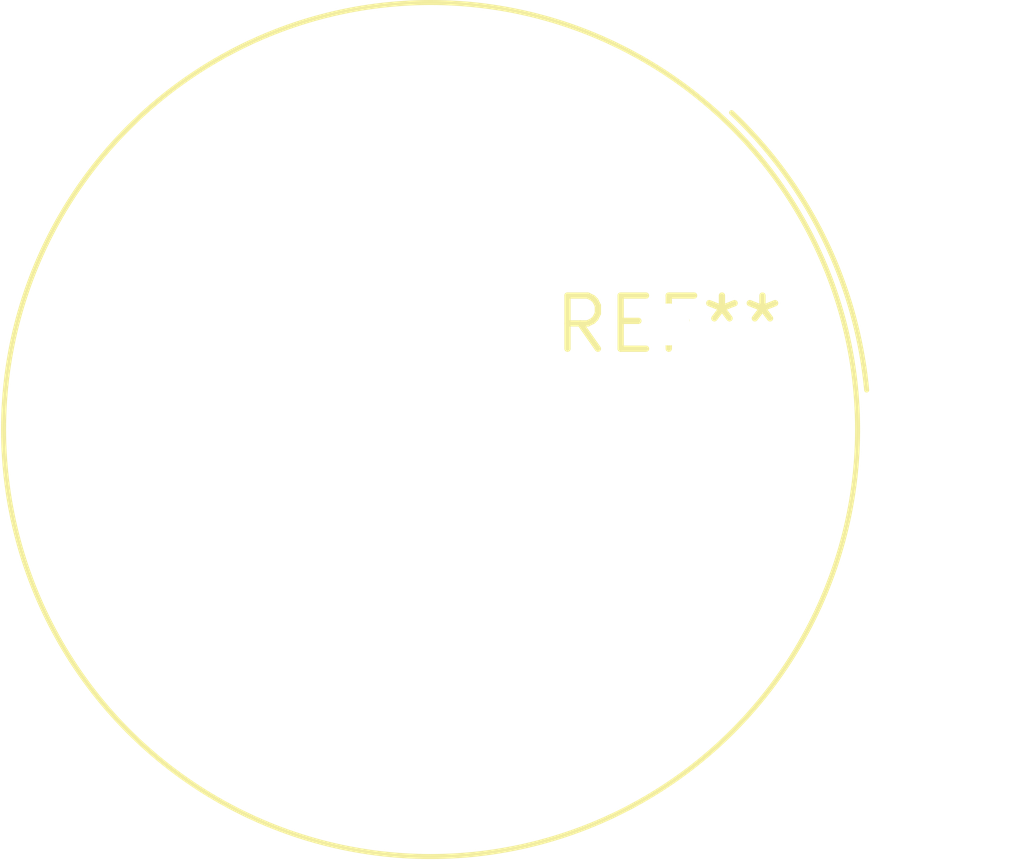
<source format=kicad_pcb>
(kicad_pcb (version 20240108) (generator pcbnew)
  (layers (0 "F.Cu" signal) (31 "B.Cu" signal) (34 "B.Paste" user) (35 "F.Paste" user) (36 "B.SilkS" user "B.Silkscreen") (37 "F.SilkS" user "F.Silkscreen") (38 "B.Mask" user) (39 "F.Mask" user) (44 "Edge.Cuts" user))
  (net 0 "")
  (footprint "LuminOX_LOX-O2" (layer "F.Cu") (at 0 0)
    (property "Reference" "REF**")
    (property "Value" "LuminOX_LOX-O2")
    (fp_arc (start 1.499999 -5.059999) (mid 3.716011 -2.040723) (end 4.726649 1.565571) (layer "F.SilkS") (stroke (width 0.12)))
    (fp_circle (center -5.69 2.51) (end -5.7 -7.69) (layer "F.SilkS") (stroke (width 0.12)) (fill none))
    (pad "1" thru_hole rect (at 0 0) (size 1.9 1.9) (drill 1) (layers *.Cu *.Mask) (remove_unused_layers))
    (pad "2" thru_hole circle (at 0 5.08) (size 1.9 1.9) (drill 1) (layers *.Cu *.Mask) (remove_unused_layers))
    (pad "3" thru_hole circle (at -12.7 2.54) (size 1.9 1.9) (drill 1) (layers *.Cu *.Mask) (remove_unused_layers))
    (pad "4" thru_hole circle (at -12.7 5.08) (size 1.9 1.9) (drill 1) (layers *.Cu *.Mask) (remove_unused_layers))
  )
)
</source>
